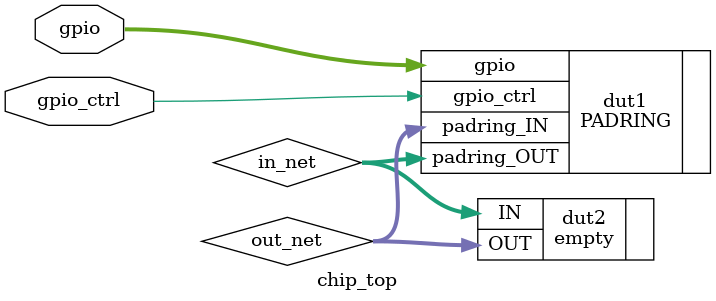
<source format=v>
module chip_top #(parameter gpio_width = 15,
                  data_width = 15)(
    inout [gpio_width-1 : 0]  gpio,
    inout                     gpio_ctrl
);

    wire [data_width-1 : 0]in_net, out_net;
    PADRING dut1 (.gpio(gpio), .gpio_ctrl(gpio_ctrl), .padring_OUT(in_net), .padring_IN(out_net));
    
    empty dut2 (.IN(in_net), .OUT(out_net));

endmodule

</source>
